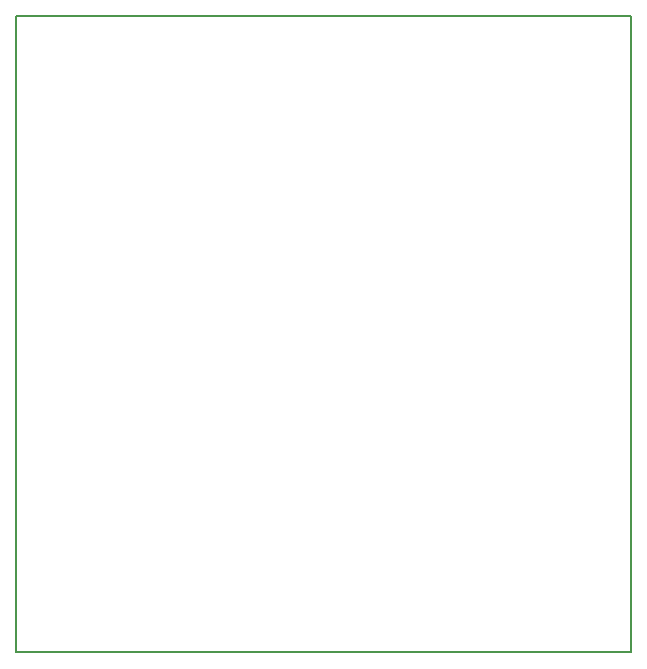
<source format=gbr>
G04 #@! TF.GenerationSoftware,KiCad,Pcbnew,(5.0.1-3-g963ef8bb5)*
G04 #@! TF.CreationDate,2020-03-03T22:19:26-05:00*
G04 #@! TF.ProjectId,NeuMaE,4E65754D61452E6B696361645F706362,rev?*
G04 #@! TF.SameCoordinates,Original*
G04 #@! TF.FileFunction,Profile,NP*
%FSLAX46Y46*%
G04 Gerber Fmt 4.6, Leading zero omitted, Abs format (unit mm)*
G04 Created by KiCad (PCBNEW (5.0.1-3-g963ef8bb5)) date Tuesday, 03 March 2020 at 22:19:26*
%MOMM*%
%LPD*%
G01*
G04 APERTURE LIST*
%ADD10C,0.150000*%
G04 APERTURE END LIST*
D10*
X94234000Y-13208000D02*
X42164000Y-13208000D01*
X94234000Y-67056000D02*
X94234000Y-13208000D01*
X42164000Y-67056000D02*
X94234000Y-67056000D01*
X42164000Y-13208000D02*
X42164000Y-67056000D01*
M02*

</source>
